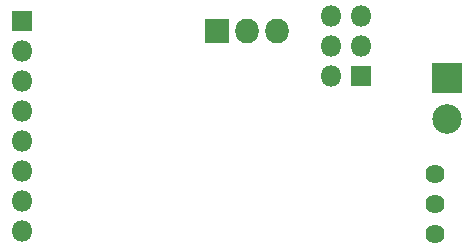
<source format=gbr>
%TF.GenerationSoftware,KiCad,Pcbnew,(5.1.6)-1*%
%TF.CreationDate,2020-11-02T22:50:54-07:00*%
%TF.ProjectId,single_driver,73696e67-6c65-45f6-9472-697665722e6b,rev?*%
%TF.SameCoordinates,Original*%
%TF.FileFunction,Soldermask,Bot*%
%TF.FilePolarity,Negative*%
%FSLAX46Y46*%
G04 Gerber Fmt 4.6, Leading zero omitted, Abs format (unit mm)*
G04 Created by KiCad (PCBNEW (5.1.6)-1) date 2020-11-02 22:50:54*
%MOMM*%
%LPD*%
G01*
G04 APERTURE LIST*
%ADD10O,1.800000X1.800000*%
%ADD11R,1.800000X1.800000*%
%ADD12C,1.624000*%
%ADD13O,2.005000X2.100000*%
%ADD14R,2.005000X2.100000*%
%ADD15C,2.500000*%
%ADD16R,2.500000X2.500000*%
G04 APERTURE END LIST*
D10*
%TO.C,J1*%
X166210000Y-94750000D03*
X168750000Y-94750000D03*
X166210000Y-97290000D03*
X168750000Y-97290000D03*
X166210000Y-99830000D03*
D11*
X168750000Y-99830000D03*
%TD*%
D12*
%TO.C,RV1*%
X175000000Y-108170000D03*
X175000000Y-110710000D03*
X175000000Y-113250000D03*
%TD*%
D13*
%TO.C,U2*%
X161580000Y-96000000D03*
X159040000Y-96000000D03*
D14*
X156500000Y-96000000D03*
%TD*%
D10*
%TO.C,J3*%
X140000000Y-113000000D03*
X140000000Y-110460000D03*
X140000000Y-107920000D03*
X140000000Y-105380000D03*
X140000000Y-102840000D03*
X140000000Y-100300000D03*
X140000000Y-97760000D03*
D11*
X140000000Y-95220000D03*
%TD*%
D15*
%TO.C,J2*%
X176000000Y-103500000D03*
D16*
X176000000Y-100000000D03*
%TD*%
M02*

</source>
